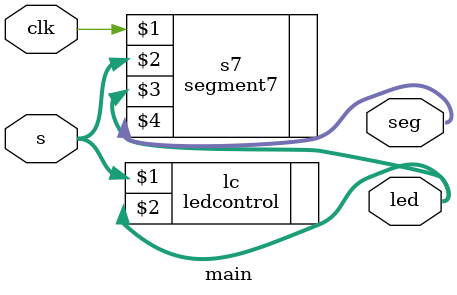
<source format=sv>
module main(
    input logic clk,
    input logic [3:0] s,
    output logic [2:0] led,
    output logic [6:0] seg);

    ledcontrol lc (s, led);
    segment7 s7 (clk, s, led, seg);

endmodule
</source>
